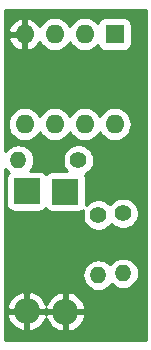
<source format=gbl>
G04 #@! TF.GenerationSoftware,KiCad,Pcbnew,5.1.2-1.fc30*
G04 #@! TF.CreationDate,2019-07-15T00:46:44+02:00*
G04 #@! TF.ProjectId,BadUSB,42616455-5342-42e6-9b69-6361645f7063,rev?*
G04 #@! TF.SameCoordinates,Original*
G04 #@! TF.FileFunction,Copper,L2,Bot*
G04 #@! TF.FilePolarity,Positive*
%FSLAX46Y46*%
G04 Gerber Fmt 4.6, Leading zero omitted, Abs format (unit mm)*
G04 Created by KiCad (PCBNEW 5.1.2-1.fc30) date 2019-07-15 00:46:44*
%MOMM*%
%LPD*%
G04 APERTURE LIST*
%ADD10O,1.400000X1.400000*%
%ADD11C,1.400000*%
%ADD12O,2.200000X2.200000*%
%ADD13R,2.200000X2.200000*%
%ADD14O,1.600000X1.600000*%
%ADD15R,1.600000X1.600000*%
%ADD16C,0.254000*%
G04 APERTURE END LIST*
D10*
X77480000Y-43220000D03*
D11*
X82560000Y-43220000D03*
D10*
X84250000Y-52950000D03*
D11*
X84250000Y-47870000D03*
D10*
X86340000Y-52800000D03*
D11*
X86340000Y-47720000D03*
D12*
X78190000Y-56000000D03*
D13*
X78190000Y-45840000D03*
D14*
X85630000Y-40170000D03*
X78010000Y-32550000D03*
X83090000Y-40170000D03*
X80550000Y-32550000D03*
X80550000Y-40170000D03*
X83090000Y-32550000D03*
X78010000Y-40170000D03*
D15*
X85630000Y-32550000D03*
D12*
X81460000Y-56040000D03*
D13*
X81460000Y-45880000D03*
D16*
G36*
X88283000Y-58463000D02*
G01*
X76357000Y-58463000D01*
X76357000Y-56396123D01*
X76500821Y-56396123D01*
X76610558Y-56718054D01*
X76780992Y-57012391D01*
X77005573Y-57267822D01*
X77275671Y-57474531D01*
X77580906Y-57624575D01*
X77793878Y-57689175D01*
X78063000Y-57571125D01*
X78063000Y-56127000D01*
X78317000Y-56127000D01*
X78317000Y-57571125D01*
X78586122Y-57689175D01*
X78799094Y-57624575D01*
X79104329Y-57474531D01*
X79374427Y-57267822D01*
X79599008Y-57012391D01*
X79769442Y-56718054D01*
X79818183Y-56575066D01*
X79880558Y-56758054D01*
X80050992Y-57052391D01*
X80275573Y-57307822D01*
X80545671Y-57514531D01*
X80850906Y-57664575D01*
X81063878Y-57729175D01*
X81333000Y-57611125D01*
X81333000Y-56167000D01*
X81587000Y-56167000D01*
X81587000Y-57611125D01*
X81856122Y-57729175D01*
X82069094Y-57664575D01*
X82374329Y-57514531D01*
X82644427Y-57307822D01*
X82869008Y-57052391D01*
X83039442Y-56758054D01*
X83149179Y-56436123D01*
X83031600Y-56167000D01*
X81587000Y-56167000D01*
X81333000Y-56167000D01*
X79888400Y-56167000D01*
X79833738Y-56292114D01*
X79761600Y-56127000D01*
X78317000Y-56127000D01*
X78063000Y-56127000D01*
X76618400Y-56127000D01*
X76500821Y-56396123D01*
X76357000Y-56396123D01*
X76357000Y-55603877D01*
X76500821Y-55603877D01*
X76618400Y-55873000D01*
X78063000Y-55873000D01*
X78063000Y-54428875D01*
X78317000Y-54428875D01*
X78317000Y-55873000D01*
X79761600Y-55873000D01*
X79816262Y-55747886D01*
X79888400Y-55913000D01*
X81333000Y-55913000D01*
X81333000Y-54468875D01*
X81587000Y-54468875D01*
X81587000Y-55913000D01*
X83031600Y-55913000D01*
X83149179Y-55643877D01*
X83039442Y-55321946D01*
X82869008Y-55027609D01*
X82644427Y-54772178D01*
X82374329Y-54565469D01*
X82069094Y-54415425D01*
X81856122Y-54350825D01*
X81587000Y-54468875D01*
X81333000Y-54468875D01*
X81063878Y-54350825D01*
X80850906Y-54415425D01*
X80545671Y-54565469D01*
X80275573Y-54772178D01*
X80050992Y-55027609D01*
X79880558Y-55321946D01*
X79831817Y-55464934D01*
X79769442Y-55281946D01*
X79599008Y-54987609D01*
X79374427Y-54732178D01*
X79104329Y-54525469D01*
X78799094Y-54375425D01*
X78586122Y-54310825D01*
X78317000Y-54428875D01*
X78063000Y-54428875D01*
X77793878Y-54310825D01*
X77580906Y-54375425D01*
X77275671Y-54525469D01*
X77005573Y-54732178D01*
X76780992Y-54987609D01*
X76610558Y-55281946D01*
X76500821Y-55603877D01*
X76357000Y-55603877D01*
X76357000Y-52950000D01*
X82908541Y-52950000D01*
X82934317Y-53211706D01*
X83010653Y-53463354D01*
X83134618Y-53695275D01*
X83301445Y-53898555D01*
X83504725Y-54065382D01*
X83736646Y-54189347D01*
X83988294Y-54265683D01*
X84184421Y-54285000D01*
X84315579Y-54285000D01*
X84511706Y-54265683D01*
X84763354Y-54189347D01*
X84995275Y-54065382D01*
X85198555Y-53898555D01*
X85356551Y-53706036D01*
X85391445Y-53748555D01*
X85594725Y-53915382D01*
X85826646Y-54039347D01*
X86078294Y-54115683D01*
X86274421Y-54135000D01*
X86405579Y-54135000D01*
X86601706Y-54115683D01*
X86853354Y-54039347D01*
X87085275Y-53915382D01*
X87288555Y-53748555D01*
X87455382Y-53545275D01*
X87579347Y-53313354D01*
X87655683Y-53061706D01*
X87681459Y-52800000D01*
X87655683Y-52538294D01*
X87579347Y-52286646D01*
X87455382Y-52054725D01*
X87288555Y-51851445D01*
X87085275Y-51684618D01*
X86853354Y-51560653D01*
X86601706Y-51484317D01*
X86405579Y-51465000D01*
X86274421Y-51465000D01*
X86078294Y-51484317D01*
X85826646Y-51560653D01*
X85594725Y-51684618D01*
X85391445Y-51851445D01*
X85233449Y-52043964D01*
X85198555Y-52001445D01*
X84995275Y-51834618D01*
X84763354Y-51710653D01*
X84511706Y-51634317D01*
X84315579Y-51615000D01*
X84184421Y-51615000D01*
X83988294Y-51634317D01*
X83736646Y-51710653D01*
X83504725Y-51834618D01*
X83301445Y-52001445D01*
X83134618Y-52204725D01*
X83010653Y-52436646D01*
X82934317Y-52688294D01*
X82908541Y-52950000D01*
X76357000Y-52950000D01*
X76357000Y-43951023D01*
X76364618Y-43965275D01*
X76531445Y-44168555D01*
X76658399Y-44272743D01*
X76638815Y-44288815D01*
X76559463Y-44385506D01*
X76500498Y-44495820D01*
X76464188Y-44615518D01*
X76451928Y-44740000D01*
X76451928Y-46940000D01*
X76464188Y-47064482D01*
X76500498Y-47184180D01*
X76559463Y-47294494D01*
X76638815Y-47391185D01*
X76735506Y-47470537D01*
X76845820Y-47529502D01*
X76965518Y-47565812D01*
X77090000Y-47578072D01*
X79290000Y-47578072D01*
X79414482Y-47565812D01*
X79534180Y-47529502D01*
X79644494Y-47470537D01*
X79741185Y-47391185D01*
X79812995Y-47303684D01*
X79829463Y-47334494D01*
X79908815Y-47431185D01*
X80005506Y-47510537D01*
X80115820Y-47569502D01*
X80235518Y-47605812D01*
X80360000Y-47618072D01*
X82560000Y-47618072D01*
X82684482Y-47605812D01*
X82804180Y-47569502D01*
X82914494Y-47510537D01*
X82974197Y-47461540D01*
X82966304Y-47480595D01*
X82915000Y-47738514D01*
X82915000Y-48001486D01*
X82966304Y-48259405D01*
X83066939Y-48502359D01*
X83213038Y-48721013D01*
X83398987Y-48906962D01*
X83617641Y-49053061D01*
X83860595Y-49153696D01*
X84118514Y-49205000D01*
X84381486Y-49205000D01*
X84639405Y-49153696D01*
X84882359Y-49053061D01*
X85101013Y-48906962D01*
X85286962Y-48721013D01*
X85353482Y-48621457D01*
X85488987Y-48756962D01*
X85707641Y-48903061D01*
X85950595Y-49003696D01*
X86208514Y-49055000D01*
X86471486Y-49055000D01*
X86729405Y-49003696D01*
X86972359Y-48903061D01*
X87191013Y-48756962D01*
X87376962Y-48571013D01*
X87523061Y-48352359D01*
X87623696Y-48109405D01*
X87675000Y-47851486D01*
X87675000Y-47588514D01*
X87623696Y-47330595D01*
X87523061Y-47087641D01*
X87376962Y-46868987D01*
X87191013Y-46683038D01*
X86972359Y-46536939D01*
X86729405Y-46436304D01*
X86471486Y-46385000D01*
X86208514Y-46385000D01*
X85950595Y-46436304D01*
X85707641Y-46536939D01*
X85488987Y-46683038D01*
X85303038Y-46868987D01*
X85236518Y-46968543D01*
X85101013Y-46833038D01*
X84882359Y-46686939D01*
X84639405Y-46586304D01*
X84381486Y-46535000D01*
X84118514Y-46535000D01*
X83860595Y-46586304D01*
X83617641Y-46686939D01*
X83398987Y-46833038D01*
X83213038Y-47018987D01*
X83190981Y-47051998D01*
X83198072Y-46980000D01*
X83198072Y-44780000D01*
X83185812Y-44655518D01*
X83149502Y-44535820D01*
X83099172Y-44441660D01*
X83192359Y-44403061D01*
X83411013Y-44256962D01*
X83596962Y-44071013D01*
X83743061Y-43852359D01*
X83843696Y-43609405D01*
X83895000Y-43351486D01*
X83895000Y-43088514D01*
X83843696Y-42830595D01*
X83743061Y-42587641D01*
X83596962Y-42368987D01*
X83411013Y-42183038D01*
X83192359Y-42036939D01*
X82949405Y-41936304D01*
X82691486Y-41885000D01*
X82428514Y-41885000D01*
X82170595Y-41936304D01*
X81927641Y-42036939D01*
X81708987Y-42183038D01*
X81523038Y-42368987D01*
X81376939Y-42587641D01*
X81276304Y-42830595D01*
X81225000Y-43088514D01*
X81225000Y-43351486D01*
X81276304Y-43609405D01*
X81376939Y-43852359D01*
X81523038Y-44071013D01*
X81593953Y-44141928D01*
X80360000Y-44141928D01*
X80235518Y-44154188D01*
X80115820Y-44190498D01*
X80005506Y-44249463D01*
X79908815Y-44328815D01*
X79837005Y-44416316D01*
X79820537Y-44385506D01*
X79741185Y-44288815D01*
X79644494Y-44209463D01*
X79534180Y-44150498D01*
X79414482Y-44114188D01*
X79290000Y-44101928D01*
X78483234Y-44101928D01*
X78595382Y-43965275D01*
X78719347Y-43733354D01*
X78795683Y-43481706D01*
X78821459Y-43220000D01*
X78795683Y-42958294D01*
X78719347Y-42706646D01*
X78595382Y-42474725D01*
X78428555Y-42271445D01*
X78225275Y-42104618D01*
X77993354Y-41980653D01*
X77741706Y-41904317D01*
X77545579Y-41885000D01*
X77414421Y-41885000D01*
X77218294Y-41904317D01*
X76966646Y-41980653D01*
X76734725Y-42104618D01*
X76531445Y-42271445D01*
X76364618Y-42474725D01*
X76357000Y-42488977D01*
X76357000Y-40170000D01*
X76568057Y-40170000D01*
X76595764Y-40451309D01*
X76677818Y-40721808D01*
X76811068Y-40971101D01*
X76990392Y-41189608D01*
X77208899Y-41368932D01*
X77458192Y-41502182D01*
X77728691Y-41584236D01*
X77939508Y-41605000D01*
X78080492Y-41605000D01*
X78291309Y-41584236D01*
X78561808Y-41502182D01*
X78811101Y-41368932D01*
X79029608Y-41189608D01*
X79208932Y-40971101D01*
X79280000Y-40838142D01*
X79351068Y-40971101D01*
X79530392Y-41189608D01*
X79748899Y-41368932D01*
X79998192Y-41502182D01*
X80268691Y-41584236D01*
X80479508Y-41605000D01*
X80620492Y-41605000D01*
X80831309Y-41584236D01*
X81101808Y-41502182D01*
X81351101Y-41368932D01*
X81569608Y-41189608D01*
X81748932Y-40971101D01*
X81820000Y-40838142D01*
X81891068Y-40971101D01*
X82070392Y-41189608D01*
X82288899Y-41368932D01*
X82538192Y-41502182D01*
X82808691Y-41584236D01*
X83019508Y-41605000D01*
X83160492Y-41605000D01*
X83371309Y-41584236D01*
X83641808Y-41502182D01*
X83891101Y-41368932D01*
X84109608Y-41189608D01*
X84288932Y-40971101D01*
X84360000Y-40838142D01*
X84431068Y-40971101D01*
X84610392Y-41189608D01*
X84828899Y-41368932D01*
X85078192Y-41502182D01*
X85348691Y-41584236D01*
X85559508Y-41605000D01*
X85700492Y-41605000D01*
X85911309Y-41584236D01*
X86181808Y-41502182D01*
X86431101Y-41368932D01*
X86649608Y-41189608D01*
X86828932Y-40971101D01*
X86962182Y-40721808D01*
X87044236Y-40451309D01*
X87071943Y-40170000D01*
X87044236Y-39888691D01*
X86962182Y-39618192D01*
X86828932Y-39368899D01*
X86649608Y-39150392D01*
X86431101Y-38971068D01*
X86181808Y-38837818D01*
X85911309Y-38755764D01*
X85700492Y-38735000D01*
X85559508Y-38735000D01*
X85348691Y-38755764D01*
X85078192Y-38837818D01*
X84828899Y-38971068D01*
X84610392Y-39150392D01*
X84431068Y-39368899D01*
X84360000Y-39501858D01*
X84288932Y-39368899D01*
X84109608Y-39150392D01*
X83891101Y-38971068D01*
X83641808Y-38837818D01*
X83371309Y-38755764D01*
X83160492Y-38735000D01*
X83019508Y-38735000D01*
X82808691Y-38755764D01*
X82538192Y-38837818D01*
X82288899Y-38971068D01*
X82070392Y-39150392D01*
X81891068Y-39368899D01*
X81820000Y-39501858D01*
X81748932Y-39368899D01*
X81569608Y-39150392D01*
X81351101Y-38971068D01*
X81101808Y-38837818D01*
X80831309Y-38755764D01*
X80620492Y-38735000D01*
X80479508Y-38735000D01*
X80268691Y-38755764D01*
X79998192Y-38837818D01*
X79748899Y-38971068D01*
X79530392Y-39150392D01*
X79351068Y-39368899D01*
X79280000Y-39501858D01*
X79208932Y-39368899D01*
X79029608Y-39150392D01*
X78811101Y-38971068D01*
X78561808Y-38837818D01*
X78291309Y-38755764D01*
X78080492Y-38735000D01*
X77939508Y-38735000D01*
X77728691Y-38755764D01*
X77458192Y-38837818D01*
X77208899Y-38971068D01*
X76990392Y-39150392D01*
X76811068Y-39368899D01*
X76677818Y-39618192D01*
X76595764Y-39888691D01*
X76568057Y-40170000D01*
X76357000Y-40170000D01*
X76357000Y-32899040D01*
X76618091Y-32899040D01*
X76712930Y-33163881D01*
X76857615Y-33405131D01*
X77046586Y-33613519D01*
X77272580Y-33781037D01*
X77526913Y-33901246D01*
X77660961Y-33941904D01*
X77883000Y-33819915D01*
X77883000Y-32677000D01*
X76739376Y-32677000D01*
X76618091Y-32899040D01*
X76357000Y-32899040D01*
X76357000Y-32200960D01*
X76618091Y-32200960D01*
X76739376Y-32423000D01*
X77883000Y-32423000D01*
X77883000Y-31280085D01*
X78137000Y-31280085D01*
X78137000Y-32423000D01*
X78157000Y-32423000D01*
X78157000Y-32677000D01*
X78137000Y-32677000D01*
X78137000Y-33819915D01*
X78359039Y-33941904D01*
X78493087Y-33901246D01*
X78747420Y-33781037D01*
X78973414Y-33613519D01*
X79162385Y-33405131D01*
X79277421Y-33213318D01*
X79351068Y-33351101D01*
X79530392Y-33569608D01*
X79748899Y-33748932D01*
X79998192Y-33882182D01*
X80268691Y-33964236D01*
X80479508Y-33985000D01*
X80620492Y-33985000D01*
X80831309Y-33964236D01*
X81101808Y-33882182D01*
X81351101Y-33748932D01*
X81569608Y-33569608D01*
X81748932Y-33351101D01*
X81820000Y-33218142D01*
X81891068Y-33351101D01*
X82070392Y-33569608D01*
X82288899Y-33748932D01*
X82538192Y-33882182D01*
X82808691Y-33964236D01*
X83019508Y-33985000D01*
X83160492Y-33985000D01*
X83371309Y-33964236D01*
X83641808Y-33882182D01*
X83891101Y-33748932D01*
X84109608Y-33569608D01*
X84202419Y-33456518D01*
X84204188Y-33474482D01*
X84240498Y-33594180D01*
X84299463Y-33704494D01*
X84378815Y-33801185D01*
X84475506Y-33880537D01*
X84585820Y-33939502D01*
X84705518Y-33975812D01*
X84830000Y-33988072D01*
X86430000Y-33988072D01*
X86554482Y-33975812D01*
X86674180Y-33939502D01*
X86784494Y-33880537D01*
X86881185Y-33801185D01*
X86960537Y-33704494D01*
X87019502Y-33594180D01*
X87055812Y-33474482D01*
X87068072Y-33350000D01*
X87068072Y-31750000D01*
X87055812Y-31625518D01*
X87019502Y-31505820D01*
X86960537Y-31395506D01*
X86881185Y-31298815D01*
X86784494Y-31219463D01*
X86674180Y-31160498D01*
X86554482Y-31124188D01*
X86430000Y-31111928D01*
X84830000Y-31111928D01*
X84705518Y-31124188D01*
X84585820Y-31160498D01*
X84475506Y-31219463D01*
X84378815Y-31298815D01*
X84299463Y-31395506D01*
X84240498Y-31505820D01*
X84204188Y-31625518D01*
X84202419Y-31643482D01*
X84109608Y-31530392D01*
X83891101Y-31351068D01*
X83641808Y-31217818D01*
X83371309Y-31135764D01*
X83160492Y-31115000D01*
X83019508Y-31115000D01*
X82808691Y-31135764D01*
X82538192Y-31217818D01*
X82288899Y-31351068D01*
X82070392Y-31530392D01*
X81891068Y-31748899D01*
X81820000Y-31881858D01*
X81748932Y-31748899D01*
X81569608Y-31530392D01*
X81351101Y-31351068D01*
X81101808Y-31217818D01*
X80831309Y-31135764D01*
X80620492Y-31115000D01*
X80479508Y-31115000D01*
X80268691Y-31135764D01*
X79998192Y-31217818D01*
X79748899Y-31351068D01*
X79530392Y-31530392D01*
X79351068Y-31748899D01*
X79277421Y-31886682D01*
X79162385Y-31694869D01*
X78973414Y-31486481D01*
X78747420Y-31318963D01*
X78493087Y-31198754D01*
X78359039Y-31158096D01*
X78137000Y-31280085D01*
X77883000Y-31280085D01*
X77660961Y-31158096D01*
X77526913Y-31198754D01*
X77272580Y-31318963D01*
X77046586Y-31486481D01*
X76857615Y-31694869D01*
X76712930Y-31936119D01*
X76618091Y-32200960D01*
X76357000Y-32200960D01*
X76357000Y-30487000D01*
X88283000Y-30487000D01*
X88283000Y-58463000D01*
X88283000Y-58463000D01*
G37*
X88283000Y-58463000D02*
X76357000Y-58463000D01*
X76357000Y-56396123D01*
X76500821Y-56396123D01*
X76610558Y-56718054D01*
X76780992Y-57012391D01*
X77005573Y-57267822D01*
X77275671Y-57474531D01*
X77580906Y-57624575D01*
X77793878Y-57689175D01*
X78063000Y-57571125D01*
X78063000Y-56127000D01*
X78317000Y-56127000D01*
X78317000Y-57571125D01*
X78586122Y-57689175D01*
X78799094Y-57624575D01*
X79104329Y-57474531D01*
X79374427Y-57267822D01*
X79599008Y-57012391D01*
X79769442Y-56718054D01*
X79818183Y-56575066D01*
X79880558Y-56758054D01*
X80050992Y-57052391D01*
X80275573Y-57307822D01*
X80545671Y-57514531D01*
X80850906Y-57664575D01*
X81063878Y-57729175D01*
X81333000Y-57611125D01*
X81333000Y-56167000D01*
X81587000Y-56167000D01*
X81587000Y-57611125D01*
X81856122Y-57729175D01*
X82069094Y-57664575D01*
X82374329Y-57514531D01*
X82644427Y-57307822D01*
X82869008Y-57052391D01*
X83039442Y-56758054D01*
X83149179Y-56436123D01*
X83031600Y-56167000D01*
X81587000Y-56167000D01*
X81333000Y-56167000D01*
X79888400Y-56167000D01*
X79833738Y-56292114D01*
X79761600Y-56127000D01*
X78317000Y-56127000D01*
X78063000Y-56127000D01*
X76618400Y-56127000D01*
X76500821Y-56396123D01*
X76357000Y-56396123D01*
X76357000Y-55603877D01*
X76500821Y-55603877D01*
X76618400Y-55873000D01*
X78063000Y-55873000D01*
X78063000Y-54428875D01*
X78317000Y-54428875D01*
X78317000Y-55873000D01*
X79761600Y-55873000D01*
X79816262Y-55747886D01*
X79888400Y-55913000D01*
X81333000Y-55913000D01*
X81333000Y-54468875D01*
X81587000Y-54468875D01*
X81587000Y-55913000D01*
X83031600Y-55913000D01*
X83149179Y-55643877D01*
X83039442Y-55321946D01*
X82869008Y-55027609D01*
X82644427Y-54772178D01*
X82374329Y-54565469D01*
X82069094Y-54415425D01*
X81856122Y-54350825D01*
X81587000Y-54468875D01*
X81333000Y-54468875D01*
X81063878Y-54350825D01*
X80850906Y-54415425D01*
X80545671Y-54565469D01*
X80275573Y-54772178D01*
X80050992Y-55027609D01*
X79880558Y-55321946D01*
X79831817Y-55464934D01*
X79769442Y-55281946D01*
X79599008Y-54987609D01*
X79374427Y-54732178D01*
X79104329Y-54525469D01*
X78799094Y-54375425D01*
X78586122Y-54310825D01*
X78317000Y-54428875D01*
X78063000Y-54428875D01*
X77793878Y-54310825D01*
X77580906Y-54375425D01*
X77275671Y-54525469D01*
X77005573Y-54732178D01*
X76780992Y-54987609D01*
X76610558Y-55281946D01*
X76500821Y-55603877D01*
X76357000Y-55603877D01*
X76357000Y-52950000D01*
X82908541Y-52950000D01*
X82934317Y-53211706D01*
X83010653Y-53463354D01*
X83134618Y-53695275D01*
X83301445Y-53898555D01*
X83504725Y-54065382D01*
X83736646Y-54189347D01*
X83988294Y-54265683D01*
X84184421Y-54285000D01*
X84315579Y-54285000D01*
X84511706Y-54265683D01*
X84763354Y-54189347D01*
X84995275Y-54065382D01*
X85198555Y-53898555D01*
X85356551Y-53706036D01*
X85391445Y-53748555D01*
X85594725Y-53915382D01*
X85826646Y-54039347D01*
X86078294Y-54115683D01*
X86274421Y-54135000D01*
X86405579Y-54135000D01*
X86601706Y-54115683D01*
X86853354Y-54039347D01*
X87085275Y-53915382D01*
X87288555Y-53748555D01*
X87455382Y-53545275D01*
X87579347Y-53313354D01*
X87655683Y-53061706D01*
X87681459Y-52800000D01*
X87655683Y-52538294D01*
X87579347Y-52286646D01*
X87455382Y-52054725D01*
X87288555Y-51851445D01*
X87085275Y-51684618D01*
X86853354Y-51560653D01*
X86601706Y-51484317D01*
X86405579Y-51465000D01*
X86274421Y-51465000D01*
X86078294Y-51484317D01*
X85826646Y-51560653D01*
X85594725Y-51684618D01*
X85391445Y-51851445D01*
X85233449Y-52043964D01*
X85198555Y-52001445D01*
X84995275Y-51834618D01*
X84763354Y-51710653D01*
X84511706Y-51634317D01*
X84315579Y-51615000D01*
X84184421Y-51615000D01*
X83988294Y-51634317D01*
X83736646Y-51710653D01*
X83504725Y-51834618D01*
X83301445Y-52001445D01*
X83134618Y-52204725D01*
X83010653Y-52436646D01*
X82934317Y-52688294D01*
X82908541Y-52950000D01*
X76357000Y-52950000D01*
X76357000Y-43951023D01*
X76364618Y-43965275D01*
X76531445Y-44168555D01*
X76658399Y-44272743D01*
X76638815Y-44288815D01*
X76559463Y-44385506D01*
X76500498Y-44495820D01*
X76464188Y-44615518D01*
X76451928Y-44740000D01*
X76451928Y-46940000D01*
X76464188Y-47064482D01*
X76500498Y-47184180D01*
X76559463Y-47294494D01*
X76638815Y-47391185D01*
X76735506Y-47470537D01*
X76845820Y-47529502D01*
X76965518Y-47565812D01*
X77090000Y-47578072D01*
X79290000Y-47578072D01*
X79414482Y-47565812D01*
X79534180Y-47529502D01*
X79644494Y-47470537D01*
X79741185Y-47391185D01*
X79812995Y-47303684D01*
X79829463Y-47334494D01*
X79908815Y-47431185D01*
X80005506Y-47510537D01*
X80115820Y-47569502D01*
X80235518Y-47605812D01*
X80360000Y-47618072D01*
X82560000Y-47618072D01*
X82684482Y-47605812D01*
X82804180Y-47569502D01*
X82914494Y-47510537D01*
X82974197Y-47461540D01*
X82966304Y-47480595D01*
X82915000Y-47738514D01*
X82915000Y-48001486D01*
X82966304Y-48259405D01*
X83066939Y-48502359D01*
X83213038Y-48721013D01*
X83398987Y-48906962D01*
X83617641Y-49053061D01*
X83860595Y-49153696D01*
X84118514Y-49205000D01*
X84381486Y-49205000D01*
X84639405Y-49153696D01*
X84882359Y-49053061D01*
X85101013Y-48906962D01*
X85286962Y-48721013D01*
X85353482Y-48621457D01*
X85488987Y-48756962D01*
X85707641Y-48903061D01*
X85950595Y-49003696D01*
X86208514Y-49055000D01*
X86471486Y-49055000D01*
X86729405Y-49003696D01*
X86972359Y-48903061D01*
X87191013Y-48756962D01*
X87376962Y-48571013D01*
X87523061Y-48352359D01*
X87623696Y-48109405D01*
X87675000Y-47851486D01*
X87675000Y-47588514D01*
X87623696Y-47330595D01*
X87523061Y-47087641D01*
X87376962Y-46868987D01*
X87191013Y-46683038D01*
X86972359Y-46536939D01*
X86729405Y-46436304D01*
X86471486Y-46385000D01*
X86208514Y-46385000D01*
X85950595Y-46436304D01*
X85707641Y-46536939D01*
X85488987Y-46683038D01*
X85303038Y-46868987D01*
X85236518Y-46968543D01*
X85101013Y-46833038D01*
X84882359Y-46686939D01*
X84639405Y-46586304D01*
X84381486Y-46535000D01*
X84118514Y-46535000D01*
X83860595Y-46586304D01*
X83617641Y-46686939D01*
X83398987Y-46833038D01*
X83213038Y-47018987D01*
X83190981Y-47051998D01*
X83198072Y-46980000D01*
X83198072Y-44780000D01*
X83185812Y-44655518D01*
X83149502Y-44535820D01*
X83099172Y-44441660D01*
X83192359Y-44403061D01*
X83411013Y-44256962D01*
X83596962Y-44071013D01*
X83743061Y-43852359D01*
X83843696Y-43609405D01*
X83895000Y-43351486D01*
X83895000Y-43088514D01*
X83843696Y-42830595D01*
X83743061Y-42587641D01*
X83596962Y-42368987D01*
X83411013Y-42183038D01*
X83192359Y-42036939D01*
X82949405Y-41936304D01*
X82691486Y-41885000D01*
X82428514Y-41885000D01*
X82170595Y-41936304D01*
X81927641Y-42036939D01*
X81708987Y-42183038D01*
X81523038Y-42368987D01*
X81376939Y-42587641D01*
X81276304Y-42830595D01*
X81225000Y-43088514D01*
X81225000Y-43351486D01*
X81276304Y-43609405D01*
X81376939Y-43852359D01*
X81523038Y-44071013D01*
X81593953Y-44141928D01*
X80360000Y-44141928D01*
X80235518Y-44154188D01*
X80115820Y-44190498D01*
X80005506Y-44249463D01*
X79908815Y-44328815D01*
X79837005Y-44416316D01*
X79820537Y-44385506D01*
X79741185Y-44288815D01*
X79644494Y-44209463D01*
X79534180Y-44150498D01*
X79414482Y-44114188D01*
X79290000Y-44101928D01*
X78483234Y-44101928D01*
X78595382Y-43965275D01*
X78719347Y-43733354D01*
X78795683Y-43481706D01*
X78821459Y-43220000D01*
X78795683Y-42958294D01*
X78719347Y-42706646D01*
X78595382Y-42474725D01*
X78428555Y-42271445D01*
X78225275Y-42104618D01*
X77993354Y-41980653D01*
X77741706Y-41904317D01*
X77545579Y-41885000D01*
X77414421Y-41885000D01*
X77218294Y-41904317D01*
X76966646Y-41980653D01*
X76734725Y-42104618D01*
X76531445Y-42271445D01*
X76364618Y-42474725D01*
X76357000Y-42488977D01*
X76357000Y-40170000D01*
X76568057Y-40170000D01*
X76595764Y-40451309D01*
X76677818Y-40721808D01*
X76811068Y-40971101D01*
X76990392Y-41189608D01*
X77208899Y-41368932D01*
X77458192Y-41502182D01*
X77728691Y-41584236D01*
X77939508Y-41605000D01*
X78080492Y-41605000D01*
X78291309Y-41584236D01*
X78561808Y-41502182D01*
X78811101Y-41368932D01*
X79029608Y-41189608D01*
X79208932Y-40971101D01*
X79280000Y-40838142D01*
X79351068Y-40971101D01*
X79530392Y-41189608D01*
X79748899Y-41368932D01*
X79998192Y-41502182D01*
X80268691Y-41584236D01*
X80479508Y-41605000D01*
X80620492Y-41605000D01*
X80831309Y-41584236D01*
X81101808Y-41502182D01*
X81351101Y-41368932D01*
X81569608Y-41189608D01*
X81748932Y-40971101D01*
X81820000Y-40838142D01*
X81891068Y-40971101D01*
X82070392Y-41189608D01*
X82288899Y-41368932D01*
X82538192Y-41502182D01*
X82808691Y-41584236D01*
X83019508Y-41605000D01*
X83160492Y-41605000D01*
X83371309Y-41584236D01*
X83641808Y-41502182D01*
X83891101Y-41368932D01*
X84109608Y-41189608D01*
X84288932Y-40971101D01*
X84360000Y-40838142D01*
X84431068Y-40971101D01*
X84610392Y-41189608D01*
X84828899Y-41368932D01*
X85078192Y-41502182D01*
X85348691Y-41584236D01*
X85559508Y-41605000D01*
X85700492Y-41605000D01*
X85911309Y-41584236D01*
X86181808Y-41502182D01*
X86431101Y-41368932D01*
X86649608Y-41189608D01*
X86828932Y-40971101D01*
X86962182Y-40721808D01*
X87044236Y-40451309D01*
X87071943Y-40170000D01*
X87044236Y-39888691D01*
X86962182Y-39618192D01*
X86828932Y-39368899D01*
X86649608Y-39150392D01*
X86431101Y-38971068D01*
X86181808Y-38837818D01*
X85911309Y-38755764D01*
X85700492Y-38735000D01*
X85559508Y-38735000D01*
X85348691Y-38755764D01*
X85078192Y-38837818D01*
X84828899Y-38971068D01*
X84610392Y-39150392D01*
X84431068Y-39368899D01*
X84360000Y-39501858D01*
X84288932Y-39368899D01*
X84109608Y-39150392D01*
X83891101Y-38971068D01*
X83641808Y-38837818D01*
X83371309Y-38755764D01*
X83160492Y-38735000D01*
X83019508Y-38735000D01*
X82808691Y-38755764D01*
X82538192Y-38837818D01*
X82288899Y-38971068D01*
X82070392Y-39150392D01*
X81891068Y-39368899D01*
X81820000Y-39501858D01*
X81748932Y-39368899D01*
X81569608Y-39150392D01*
X81351101Y-38971068D01*
X81101808Y-38837818D01*
X80831309Y-38755764D01*
X80620492Y-38735000D01*
X80479508Y-38735000D01*
X80268691Y-38755764D01*
X79998192Y-38837818D01*
X79748899Y-38971068D01*
X79530392Y-39150392D01*
X79351068Y-39368899D01*
X79280000Y-39501858D01*
X79208932Y-39368899D01*
X79029608Y-39150392D01*
X78811101Y-38971068D01*
X78561808Y-38837818D01*
X78291309Y-38755764D01*
X78080492Y-38735000D01*
X77939508Y-38735000D01*
X77728691Y-38755764D01*
X77458192Y-38837818D01*
X77208899Y-38971068D01*
X76990392Y-39150392D01*
X76811068Y-39368899D01*
X76677818Y-39618192D01*
X76595764Y-39888691D01*
X76568057Y-40170000D01*
X76357000Y-40170000D01*
X76357000Y-32899040D01*
X76618091Y-32899040D01*
X76712930Y-33163881D01*
X76857615Y-33405131D01*
X77046586Y-33613519D01*
X77272580Y-33781037D01*
X77526913Y-33901246D01*
X77660961Y-33941904D01*
X77883000Y-33819915D01*
X77883000Y-32677000D01*
X76739376Y-32677000D01*
X76618091Y-32899040D01*
X76357000Y-32899040D01*
X76357000Y-32200960D01*
X76618091Y-32200960D01*
X76739376Y-32423000D01*
X77883000Y-32423000D01*
X77883000Y-31280085D01*
X78137000Y-31280085D01*
X78137000Y-32423000D01*
X78157000Y-32423000D01*
X78157000Y-32677000D01*
X78137000Y-32677000D01*
X78137000Y-33819915D01*
X78359039Y-33941904D01*
X78493087Y-33901246D01*
X78747420Y-33781037D01*
X78973414Y-33613519D01*
X79162385Y-33405131D01*
X79277421Y-33213318D01*
X79351068Y-33351101D01*
X79530392Y-33569608D01*
X79748899Y-33748932D01*
X79998192Y-33882182D01*
X80268691Y-33964236D01*
X80479508Y-33985000D01*
X80620492Y-33985000D01*
X80831309Y-33964236D01*
X81101808Y-33882182D01*
X81351101Y-33748932D01*
X81569608Y-33569608D01*
X81748932Y-33351101D01*
X81820000Y-33218142D01*
X81891068Y-33351101D01*
X82070392Y-33569608D01*
X82288899Y-33748932D01*
X82538192Y-33882182D01*
X82808691Y-33964236D01*
X83019508Y-33985000D01*
X83160492Y-33985000D01*
X83371309Y-33964236D01*
X83641808Y-33882182D01*
X83891101Y-33748932D01*
X84109608Y-33569608D01*
X84202419Y-33456518D01*
X84204188Y-33474482D01*
X84240498Y-33594180D01*
X84299463Y-33704494D01*
X84378815Y-33801185D01*
X84475506Y-33880537D01*
X84585820Y-33939502D01*
X84705518Y-33975812D01*
X84830000Y-33988072D01*
X86430000Y-33988072D01*
X86554482Y-33975812D01*
X86674180Y-33939502D01*
X86784494Y-33880537D01*
X86881185Y-33801185D01*
X86960537Y-33704494D01*
X87019502Y-33594180D01*
X87055812Y-33474482D01*
X87068072Y-33350000D01*
X87068072Y-31750000D01*
X87055812Y-31625518D01*
X87019502Y-31505820D01*
X86960537Y-31395506D01*
X86881185Y-31298815D01*
X86784494Y-31219463D01*
X86674180Y-31160498D01*
X86554482Y-31124188D01*
X86430000Y-31111928D01*
X84830000Y-31111928D01*
X84705518Y-31124188D01*
X84585820Y-31160498D01*
X84475506Y-31219463D01*
X84378815Y-31298815D01*
X84299463Y-31395506D01*
X84240498Y-31505820D01*
X84204188Y-31625518D01*
X84202419Y-31643482D01*
X84109608Y-31530392D01*
X83891101Y-31351068D01*
X83641808Y-31217818D01*
X83371309Y-31135764D01*
X83160492Y-31115000D01*
X83019508Y-31115000D01*
X82808691Y-31135764D01*
X82538192Y-31217818D01*
X82288899Y-31351068D01*
X82070392Y-31530392D01*
X81891068Y-31748899D01*
X81820000Y-31881858D01*
X81748932Y-31748899D01*
X81569608Y-31530392D01*
X81351101Y-31351068D01*
X81101808Y-31217818D01*
X80831309Y-31135764D01*
X80620492Y-31115000D01*
X80479508Y-31115000D01*
X80268691Y-31135764D01*
X79998192Y-31217818D01*
X79748899Y-31351068D01*
X79530392Y-31530392D01*
X79351068Y-31748899D01*
X79277421Y-31886682D01*
X79162385Y-31694869D01*
X78973414Y-31486481D01*
X78747420Y-31318963D01*
X78493087Y-31198754D01*
X78359039Y-31158096D01*
X78137000Y-31280085D01*
X77883000Y-31280085D01*
X77660961Y-31158096D01*
X77526913Y-31198754D01*
X77272580Y-31318963D01*
X77046586Y-31486481D01*
X76857615Y-31694869D01*
X76712930Y-31936119D01*
X76618091Y-32200960D01*
X76357000Y-32200960D01*
X76357000Y-30487000D01*
X88283000Y-30487000D01*
X88283000Y-58463000D01*
M02*

</source>
